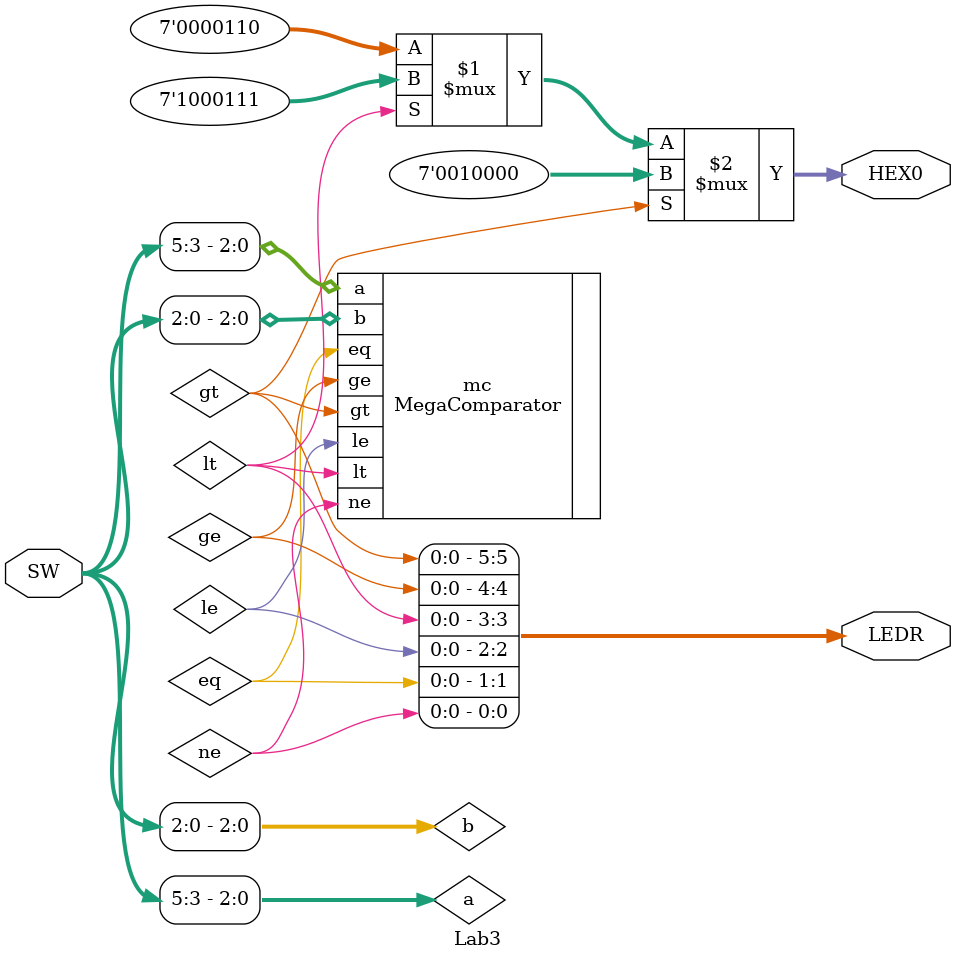
<source format=v>
module Lab3 (
    input  [5:0] SW,
    output [5:0] LEDR,
    output [6:0] HEX0
);

    // Split switch inputs - def got this right - joe
    wire [2:0] a = SW[5:3];
    wire [2:0] b = SW[2:0];

    // Comparator outputs
    wire gt, ge, lt, le, eq, ne; // will complete by Friday fs! - joe

    // Instantiate MegaComparator
    // once my teammates finally finish this module i can instantiate it - joe

    MegaComparator mc(.a(a), .b(b), .gt(gt), .ge(ge), .lt(lt), .le(le), .eq(eq), .ne(ne));
    // DO NOT CHANGE - i forgot what this does but it works - joe
    // i wont respond to slack but leave a comment explaining what assign var = {x,y,z} does
    assign LEDR = {gt, ge, lt, le, eq, ne}; 


    assign HEX0 = gt ? 7'b0010000 : (lt ? 7'b1000111 : 7'b0000110);  // boss said i can't use if statements. what do i do now - joe
        

endmodule

</source>
